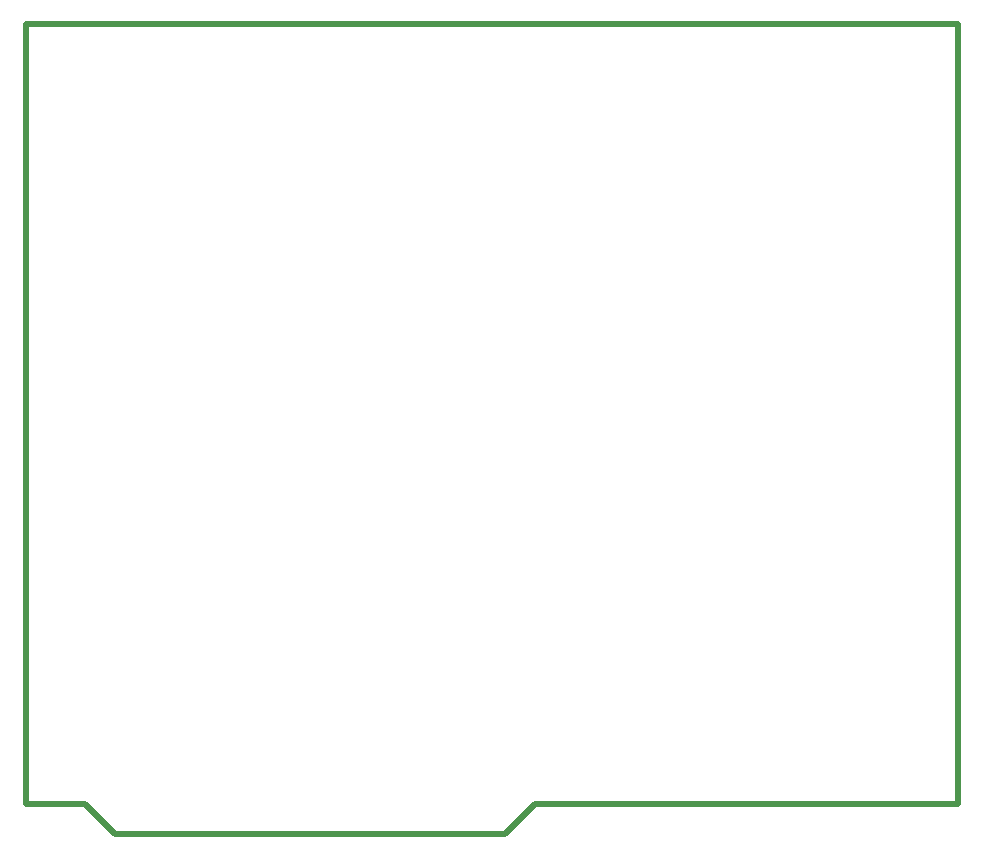
<source format=gko>
G04*
G04 #@! TF.GenerationSoftware,Altium Limited,Altium Designer,24.2.2 (26)*
G04*
G04 Layer_Color=16711935*
%FSLAX44Y44*%
%MOMM*%
G71*
G04*
G04 #@! TF.SameCoordinates,C9C70787-D61E-4D50-BDF8-59307FDF8C79*
G04*
G04*
G04 #@! TF.FilePolarity,Positive*
G04*
G01*
G75*
%ADD11C,0.5080*%
D11*
X50800Y0D02*
X381000D01*
X25400Y25400D02*
X50800Y0D01*
X-24130Y25400D02*
X25400D01*
X-24130D02*
Y685800D01*
X764540D01*
Y25400D02*
Y685800D01*
X406400Y25400D02*
X764540D01*
X381000Y0D02*
X406400Y25400D01*
X422910D02*
X760730D01*
M02*

</source>
